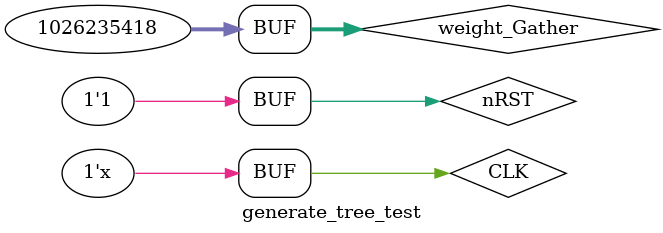
<source format=v>
`timescale 1ns / 1ps


module generate_tree_test;

	// Inputs
	reg CLK;
	reg nRST;
	reg [31:0] weight_Gather;

	// Outputs
	wire [12:0] info_node_1;
	wire [12:0] info_node_2;
	wire [12:0] info_node_3;
	wire [12:0] info_node_4;
	wire [12:0] info_node_5;
	wire [12:0] info_node_6;
	wire [12:0] info_node_7;

	// Instantiate the Unit Under Test (UUT)
	generate_tree uut (
		.CLK(CLK), 
		.nRST(nRST), 
		.weight_Gather(weight_Gather), 
		.info_node_1(info_node_1), 
		.info_node_2(info_node_2), 
		.info_node_3(info_node_3), 
		.info_node_4(info_node_4), 
		.info_node_5(info_node_5), 
		.info_node_6(info_node_6), 
		.info_node_7(info_node_7)
	);

	initial begin
		// Initialize Inputs
		CLK = 0;
		nRST = 0;
		weight_Gather = 32'b0011_1101_0010_1011_0001_1100_0001_1010;

		// Wait 100 ns for global reset to finish
		#100;
			nRST = 1;
		// Add stimulus here

	end
	parameter DELAY = 1;
	always
		#DELAY CLK = ~CLK;
      
endmodule


</source>
